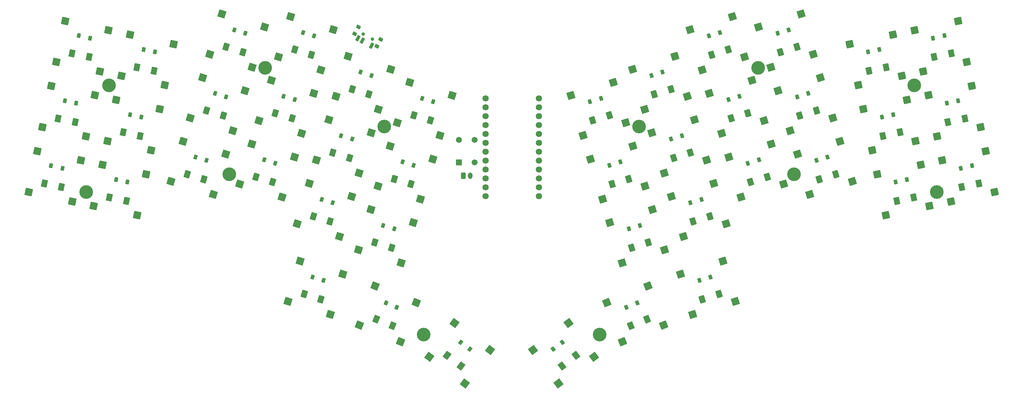
<source format=gbr>
%TF.GenerationSoftware,KiCad,Pcbnew,8.0.6*%
%TF.CreationDate,2025-05-26T13:43:22+02:00*%
%TF.ProjectId,main,6d61696e-2e6b-4696-9361-645f70636258,v1.0.0*%
%TF.SameCoordinates,Original*%
%TF.FileFunction,Soldermask,Top*%
%TF.FilePolarity,Negative*%
%FSLAX46Y46*%
G04 Gerber Fmt 4.6, Leading zero omitted, Abs format (unit mm)*
G04 Created by KiCad (PCBNEW 8.0.6) date 2025-05-26 13:43:22*
%MOMM*%
%LPD*%
G01*
G04 APERTURE LIST*
G04 Aperture macros list*
%AMRoundRect*
0 Rectangle with rounded corners*
0 $1 Rounding radius*
0 $2 $3 $4 $5 $6 $7 $8 $9 X,Y pos of 4 corners*
0 Add a 4 corners polygon primitive as box body*
4,1,4,$2,$3,$4,$5,$6,$7,$8,$9,$2,$3,0*
0 Add four circle primitives for the rounded corners*
1,1,$1+$1,$2,$3*
1,1,$1+$1,$4,$5*
1,1,$1+$1,$6,$7*
1,1,$1+$1,$8,$9*
0 Add four rect primitives between the rounded corners*
20,1,$1+$1,$2,$3,$4,$5,0*
20,1,$1+$1,$4,$5,$6,$7,0*
20,1,$1+$1,$6,$7,$8,$9,0*
20,1,$1+$1,$8,$9,$2,$3,0*%
G04 Aperture macros list end*
%ADD10RoundRect,0.050000X-0.605760X-0.442216X0.254914X-0.705350X0.605760X0.442216X-0.254914X0.705350X0*%
%ADD11RoundRect,0.050000X-0.448764X-1.182893X1.033508X-0.729717X0.448764X1.182893X-1.033508X0.729717X0*%
%ADD12RoundRect,0.050000X-0.663933X-1.248676X1.248676X-0.663933X0.663933X1.248676X-1.248676X0.663933X0*%
%ADD13RoundRect,0.050000X-1.093174X-0.636864X0.343961X-1.217504X1.093174X0.636864X-0.343961X1.217504X0*%
%ADD14RoundRect,0.050000X-1.301790X-0.552577X0.552577X-1.301790X1.301790X0.552577X-0.552577X1.301790X0*%
%ADD15C,3.900000*%
%ADD16RoundRect,0.050000X-0.550153X-1.139279X0.965976X-0.817016X0.550153X1.139279X-0.965976X0.817016X0*%
%ADD17RoundRect,0.050000X-0.770236X-1.186059X1.186059X-0.770236X0.770236X1.186059X-1.186059X0.770236X0*%
%ADD18RoundRect,0.050000X-0.564913X-0.493328X0.315419X-0.680449X0.564913X0.493328X-0.315419X0.680449X0*%
%ADD19RoundRect,0.050000X-1.033508X-0.729717X0.448764X-1.182893X1.033508X0.729717X-0.448764X1.182893X0*%
%ADD20RoundRect,0.050000X-1.248676X-0.663933X0.663933X-1.248676X1.248676X0.663933X-0.663933X1.248676X0*%
%ADD21RoundRect,0.050000X-0.254914X-0.705350X0.605760X-0.442216X0.254914X0.705350X-0.605760X0.442216X0*%
%ADD22RoundRect,0.050000X0.001703X-0.749998X0.720475X-0.208365X-0.001703X0.749998X-0.720475X0.208365X0*%
%ADD23RoundRect,0.102000X0.749000X-0.749000X0.749000X0.749000X-0.749000X0.749000X-0.749000X-0.749000X0*%
%ADD24C,1.702000*%
%ADD25C,1.000000*%
%ADD26RoundRect,0.102000X0.669724X0.486281X0.057490X0.825648X-0.669724X-0.486281X-0.057490X-0.825648X0*%
%ADD27RoundRect,0.102000X0.631234X0.107443X-0.243386X0.592253X-0.631234X-0.107443X0.243386X-0.592253X0*%
%ADD28RoundRect,0.050000X-0.720475X-0.208365X-0.001703X-0.749998X0.720475X0.208365X0.001703X0.749998X0*%
%ADD29RoundRect,0.050000X-0.315419X-0.680449X0.564913X-0.493328X0.315419X0.680449X-0.564913X0.493328X0*%
%ADD30RoundRect,0.050000X-0.641997X-0.387737X0.192469X-0.724883X0.641997X0.387737X-0.192469X0.724883X0*%
%ADD31RoundRect,0.260000X-0.390000X-0.665000X0.390000X-0.665000X0.390000X0.665000X-0.390000X0.665000X0*%
%ADD32O,1.300000X1.850000*%
%ADD33RoundRect,0.050000X-0.965976X-0.817016X0.550153X-1.139279X0.965976X0.817016X-0.550153X1.139279X0*%
%ADD34RoundRect,0.050000X-1.186059X-0.770236X0.770236X-1.186059X1.186059X0.770236X-0.770236X1.186059X0*%
%ADD35RoundRect,0.050000X-0.192469X-0.724883X0.641997X-0.387737X0.192469X0.724883X-0.641997X0.387737X0*%
%ADD36RoundRect,0.050000X-1.220758X-0.332229X0.017127X-1.265042X1.220758X0.332229X-0.017127X1.265042X0*%
%ADD37RoundRect,0.050000X-1.400451X-0.196820X0.196820X-1.400451X1.400451X0.196820X-0.196820X1.400451X0*%
%ADD38RoundRect,0.050000X-0.343961X-1.217504X1.093174X-0.636864X0.343961X1.217504X-1.093174X0.636864X0*%
%ADD39RoundRect,0.050000X-0.552577X-1.301790X1.301790X-0.552577X0.552577X1.301790X-1.301790X0.552577X0*%
%ADD40RoundRect,0.050000X-0.017127X-1.265042X1.220758X-0.332229X0.017127X1.265042X-1.220758X0.332229X0*%
%ADD41RoundRect,0.050000X-0.196820X-1.400451X1.400451X-0.196820X0.196820X1.400451X-1.400451X0.196820X0*%
%ADD42C,1.800000*%
G04 APERTURE END LIST*
D10*
%TO.C,D16*%
X153618180Y-142232349D03*
X156773986Y-143197175D03*
%TD*%
D11*
%TO.C,CPG1316*%
X278214349Y-129027821D03*
X282995873Y-127565962D03*
D12*
X272003561Y-121881416D03*
X275512021Y-133357073D03*
X284148631Y-118168295D03*
X287657091Y-129643952D03*
%TD*%
D13*
%TO.C,CPG1316*%
X151623426Y-168999072D03*
X156259345Y-170872105D03*
D14*
X151294115Y-159536696D03*
X146798836Y-170662902D03*
X163069350Y-164294200D03*
X158574071Y-175420406D03*
%TD*%
D15*
%TO.C,H5*%
X119860869Y-97194737D03*
%TD*%
D16*
%TO.C,CPG1316*%
X311042454Y-94113538D03*
X315933192Y-93073980D03*
D17*
X305478150Y-86453022D03*
X307973090Y-98190793D03*
X317900624Y-83812543D03*
X320395564Y-95550314D03*
%TD*%
D18*
%TO.C,D2*%
X62664988Y-106602420D03*
X65892876Y-107288528D03*
%TD*%
D19*
%TO.C,CPG1316*%
X139211147Y-121462601D03*
X143992671Y-122924460D03*
D20*
X138058389Y-112064934D03*
X134549929Y-123540591D03*
X150203459Y-115778055D03*
X146694999Y-127253712D03*
%TD*%
D21*
%TO.C,D33*%
X246721245Y-88097032D03*
X249877051Y-87132206D03*
%TD*%
D15*
%TO.C,H3*%
X68744668Y-132686454D03*
%TD*%
D22*
%TO.C,D42*%
X202201683Y-177591036D03*
X204837181Y-175605046D03*
%TD*%
D19*
%TO.C,CPG1316*%
X162351257Y-110760482D03*
X167132781Y-112222341D03*
D20*
X161198499Y-101362815D03*
X157690039Y-112838472D03*
X173343569Y-105075936D03*
X169835109Y-116551593D03*
%TD*%
D19*
%TO.C,CPG1316*%
X97608876Y-127565962D03*
X102390400Y-129027821D03*
D20*
X96456118Y-118168295D03*
X92947658Y-129643952D03*
X108601188Y-121881416D03*
X105092728Y-133357073D03*
%TD*%
D23*
%TO.C,REF\u002A\u002A*%
X175250000Y-124250000D03*
D24*
X175250000Y-117750000D03*
X179750000Y-124250000D03*
X179750000Y-117750000D03*
%TD*%
D15*
%TO.C,H6*%
X109629682Y-127581170D03*
%TD*%
D16*
%TO.C,CPG1316*%
X318943098Y-131283146D03*
X323833836Y-130243588D03*
D17*
X313378794Y-123622630D03*
X315873734Y-135360401D03*
X325801268Y-120982151D03*
X328296208Y-132719922D03*
%TD*%
D25*
%TO.C,REF\u002A\u002A*%
X150500000Y-89000000D03*
X147876142Y-87545572D03*
D26*
X150307550Y-90894192D03*
X147683689Y-89439763D03*
X146371760Y-88712549D03*
D27*
X151847142Y-91004421D03*
X145462418Y-87465312D03*
X152913724Y-89080260D03*
X146529000Y-85541151D03*
%TD*%
D11*
%TO.C,CPG1316*%
X219027030Y-130392132D03*
X223808554Y-128930273D03*
D12*
X212816242Y-123245727D03*
X216324702Y-134721384D03*
X224961312Y-119532606D03*
X228469772Y-131008263D03*
%TD*%
D18*
%TO.C,D1*%
X58714665Y-125187224D03*
X61942553Y-125873332D03*
%TD*%
D11*
%TO.C,CPG1316*%
X258582700Y-129801359D03*
X263364224Y-128339500D03*
D12*
X252371912Y-122654954D03*
X255880372Y-134130611D03*
X264516982Y-118941833D03*
X268025442Y-130417490D03*
%TD*%
D28*
%TO.C,D21*%
X175767568Y-175605046D03*
X178403066Y-177591036D03*
%TD*%
D21*
%TO.C,D38*%
X218275701Y-125027385D03*
X221431507Y-124062559D03*
%TD*%
D10*
%TO.C,D8*%
X105540986Y-104528457D03*
X108696792Y-105493283D03*
%TD*%
D29*
%TO.C,D27*%
X292176747Y-92654045D03*
X295404635Y-91967937D03*
%TD*%
D10*
%TO.C,D13*%
X136033133Y-134764677D03*
X139188939Y-135729503D03*
%TD*%
D21*
%TO.C,D30*%
X266352894Y-87323493D03*
X269508700Y-86358667D03*
%TD*%
D11*
%TO.C,CPG1316*%
X231057015Y-104754669D03*
X235838539Y-103292810D03*
D12*
X224846227Y-97608264D03*
X228354687Y-109083921D03*
X236991297Y-93895143D03*
X240499757Y-105370800D03*
%TD*%
D15*
%TO.C,H1*%
X75231512Y-102168249D03*
%TD*%
D21*
%TO.C,D31*%
X257831370Y-124436613D03*
X260987176Y-123471787D03*
%TD*%
D11*
%TO.C,CPG1316*%
X244774098Y-163302442D03*
X249555622Y-161840583D03*
D12*
X238563310Y-156156037D03*
X242071770Y-167631694D03*
X250708380Y-152442916D03*
X254216840Y-163918573D03*
%TD*%
D15*
%TO.C,H11*%
X165145313Y-173437661D03*
%TD*%
D29*
%TO.C,D26*%
X296127069Y-111238850D03*
X299354957Y-110552742D03*
%TD*%
D30*
%TO.C,D20*%
X154415678Y-164357054D03*
X157475384Y-165593256D03*
%TD*%
D16*
%TO.C,CPG1316*%
X296407971Y-116648664D03*
X301298709Y-115609106D03*
D17*
X290843667Y-108988148D03*
X293338607Y-120725919D03*
X303266141Y-106347669D03*
X305761081Y-118085440D03*
%TD*%
D19*
%TO.C,CPG1316*%
X151241132Y-147100063D03*
X156022656Y-148561922D03*
D20*
X150088374Y-137702396D03*
X146579914Y-149178053D03*
X162233444Y-141415517D03*
X158724984Y-152891174D03*
%TD*%
D31*
%TO.C,JST1*%
X176500000Y-128000000D03*
D32*
X178500000Y-128000000D03*
%TD*%
D19*
%TO.C,CPG1316*%
X128350650Y-91999920D03*
X133132174Y-93461779D03*
D20*
X127197892Y-82602253D03*
X123689432Y-94077910D03*
X139342962Y-86315374D03*
X135834502Y-97791031D03*
%TD*%
D15*
%TO.C,H12*%
X215459436Y-173437661D03*
%TD*%
D21*
%TO.C,D29*%
X271907957Y-105493283D03*
X275063763Y-104528457D03*
%TD*%
D18*
%TO.C,D4*%
X77299470Y-129137546D03*
X80527358Y-129823654D03*
%TD*%
D19*
%TO.C,CPG1316*%
X156796194Y-128930273D03*
X161577718Y-130392132D03*
D20*
X155643436Y-119532606D03*
X152134976Y-131008263D03*
X167788506Y-123245727D03*
X164280046Y-134721384D03*
%TD*%
D19*
%TO.C,CPG1316*%
X103163938Y-109396171D03*
X107945462Y-110858030D03*
D20*
X102011180Y-99998504D03*
X98502720Y-111474161D03*
X114156250Y-103711625D03*
X110647790Y-115187282D03*
%TD*%
D11*
%TO.C,CPG1316*%
X272659286Y-110858030D03*
X277440810Y-109396171D03*
D12*
X266448498Y-103711625D03*
X269956958Y-115187282D03*
X278593568Y-99998504D03*
X282102028Y-111474161D03*
%TD*%
D10*
%TO.C,D7*%
X99985924Y-122698248D03*
X103141730Y-123663074D03*
%TD*%
D21*
%TO.C,D28*%
X277463019Y-123663074D03*
X280618825Y-122698248D03*
%TD*%
D15*
%TO.C,H7*%
X260743880Y-97194737D03*
%TD*%
D29*
%TO.C,D25*%
X300077391Y-129823654D03*
X303305279Y-129137546D03*
%TD*%
D10*
%TO.C,D17*%
X159173242Y-124062559D03*
X162329048Y-125027385D03*
%TD*%
D16*
%TO.C,CPG1316*%
X314992776Y-112698342D03*
X319883514Y-111658784D03*
D17*
X309428472Y-105037826D03*
X311923412Y-116775597D03*
X321850946Y-102397347D03*
X324345886Y-114135118D03*
%TD*%
D21*
%TO.C,D40*%
X244022768Y-157937695D03*
X247178574Y-156972869D03*
%TD*%
D19*
%TO.C,CPG1316*%
X144766210Y-103292810D03*
X149547734Y-104754669D03*
D20*
X143613452Y-93895143D03*
X140104992Y-105370800D03*
X155758522Y-97608264D03*
X152250062Y-109083921D03*
%TD*%
D15*
%TO.C,H10*%
X226704171Y-113980440D03*
%TD*%
D10*
%TO.C,D11*%
X125172635Y-105301996D03*
X128328441Y-106266822D03*
%TD*%
D19*
%TO.C,CPG1316*%
X133656085Y-139632391D03*
X138437609Y-141094250D03*
D20*
X132503327Y-130234724D03*
X128994867Y-141710381D03*
X144648397Y-133947845D03*
X141139937Y-145423502D03*
%TD*%
D33*
%TO.C,CPG1316*%
X64671557Y-93073980D03*
X69562295Y-94113538D03*
D34*
X62704125Y-83812543D03*
X60209185Y-95550314D03*
X75126599Y-86453022D03*
X72631659Y-98190793D03*
%TD*%
D35*
%TO.C,D41*%
X223129365Y-165593256D03*
X226189071Y-164357054D03*
%TD*%
D11*
%TO.C,CPG1316*%
X236612077Y-122924460D03*
X241393601Y-121462601D03*
D12*
X230401289Y-115778055D03*
X233909749Y-127253712D03*
X242546359Y-112064934D03*
X246054819Y-123540591D03*
%TD*%
D29*
%TO.C,D23*%
X314711873Y-107288528D03*
X317939761Y-106602420D03*
%TD*%
D16*
%TO.C,CPG1316*%
X292457649Y-98063860D03*
X297348387Y-97024302D03*
D17*
X286893345Y-90403344D03*
X289388285Y-102141115D03*
X299315819Y-87762865D03*
X301810759Y-99500636D03*
%TD*%
D10*
%TO.C,D18*%
X164728304Y-105892769D03*
X167884110Y-106857595D03*
%TD*%
D21*
%TO.C,D39*%
X212720638Y-106857595D03*
X215876444Y-105892769D03*
%TD*%
D33*
%TO.C,CPG1316*%
X60721235Y-111658784D03*
X65611973Y-112698342D03*
D34*
X58753803Y-102397347D03*
X56258863Y-114135118D03*
X71176277Y-105037826D03*
X68681337Y-116775597D03*
%TD*%
D11*
%TO.C,CPG1316*%
X267104224Y-92688240D03*
X271885748Y-91226381D03*
D12*
X260893436Y-85541835D03*
X264401896Y-97017492D03*
X273038506Y-81828714D03*
X276546966Y-93304371D03*
%TD*%
D29*
%TO.C,D24*%
X310761551Y-88703723D03*
X313989439Y-88017615D03*
%TD*%
D11*
%TO.C,CPG1316*%
X253027637Y-111631569D03*
X257809161Y-110169710D03*
D12*
X246816849Y-104485164D03*
X250325309Y-115960821D03*
X258961919Y-100772043D03*
X262470379Y-112247700D03*
%TD*%
D10*
%TO.C,D15*%
X147143257Y-98425097D03*
X150299063Y-99389923D03*
%TD*%
%TO.C,D19*%
X133426174Y-156972869D03*
X136581980Y-157937695D03*
%TD*%
D11*
%TO.C,CPG1316*%
X213471968Y-112222341D03*
X218253492Y-110760482D03*
D12*
X207261180Y-105075936D03*
X210769640Y-116551593D03*
X219406250Y-101362815D03*
X222914710Y-112838472D03*
%TD*%
D21*
%TO.C,D37*%
X223830763Y-143197175D03*
X226986569Y-142232349D03*
%TD*%
D33*
%TO.C,CPG1316*%
X79306039Y-115609106D03*
X84196777Y-116648664D03*
D34*
X77338607Y-106347669D03*
X74843667Y-118085440D03*
X89761081Y-108988148D03*
X87266141Y-120725919D03*
%TD*%
D11*
%TO.C,CPG1316*%
X242167140Y-141094250D03*
X246948664Y-139632391D03*
D12*
X235956352Y-133947845D03*
X239464812Y-145423502D03*
X248101422Y-130234724D03*
X251609882Y-141710381D03*
%TD*%
D11*
%TO.C,CPG1316*%
X224582093Y-148561922D03*
X229363617Y-147100063D03*
D12*
X218371305Y-141415517D03*
X221879765Y-152891174D03*
X230516375Y-137702396D03*
X234024835Y-149178053D03*
%TD*%
D15*
%TO.C,H8*%
X270975067Y-127581170D03*
%TD*%
D18*
%TO.C,D6*%
X85200114Y-91967937D03*
X88428002Y-92654045D03*
%TD*%
D10*
%TO.C,D9*%
X111096048Y-86358667D03*
X114251854Y-87323493D03*
%TD*%
D33*
%TO.C,CPG1316*%
X75355717Y-134193911D03*
X80246455Y-135233469D03*
D34*
X73388285Y-124932474D03*
X70893345Y-136670245D03*
X85810759Y-127572953D03*
X83315819Y-139310724D03*
%TD*%
D36*
%TO.C,CPG1316*%
X171869018Y-179366204D03*
X175862196Y-182375279D03*
D37*
X166778191Y-179724645D03*
X173999972Y-170141019D03*
X176920862Y-187367695D03*
X184142643Y-177784069D03*
%TD*%
D15*
%TO.C,H9*%
X153900578Y-113980440D03*
%TD*%
D21*
%TO.C,D34*%
X241415810Y-135729503D03*
X244571616Y-134764677D03*
%TD*%
D16*
%TO.C,CPG1316*%
X300358294Y-135233469D03*
X305249032Y-134193911D03*
D17*
X294793990Y-127572953D03*
X297288930Y-139310724D03*
X307216464Y-124932474D03*
X309711404Y-136670245D03*
%TD*%
D19*
%TO.C,CPG1316*%
X131049127Y-161840583D03*
X135830651Y-163302442D03*
D20*
X129896369Y-152442916D03*
X126387909Y-163918573D03*
X142041439Y-156156037D03*
X138532979Y-167631694D03*
%TD*%
D11*
%TO.C,CPG1316*%
X247472575Y-93461779D03*
X252254099Y-91999920D03*
D12*
X241261787Y-86315374D03*
X244770247Y-97791031D03*
X253406857Y-82602253D03*
X256915317Y-94077910D03*
%TD*%
D33*
%TO.C,CPG1316*%
X56770913Y-130243588D03*
X61661651Y-131283146D03*
D34*
X54803481Y-120982151D03*
X52308541Y-132719922D03*
X67225955Y-123622630D03*
X64731015Y-135360401D03*
%TD*%
D21*
%TO.C,D35*%
X235860748Y-117559713D03*
X239016554Y-116594887D03*
%TD*%
D15*
%TO.C,H2*%
X305373236Y-102168249D03*
%TD*%
D21*
%TO.C,D36*%
X230305685Y-99389923D03*
X233461491Y-98425097D03*
%TD*%
D19*
%TO.C,CPG1316*%
X122795587Y-110169710D03*
X127577111Y-111631569D03*
D20*
X121642829Y-100772043D03*
X118134369Y-112247700D03*
X133787899Y-104485164D03*
X130279439Y-115960821D03*
%TD*%
D29*
%TO.C,D22*%
X318662195Y-125873332D03*
X321890083Y-125187224D03*
%TD*%
D10*
%TO.C,D12*%
X130727697Y-87132206D03*
X133883503Y-88097032D03*
%TD*%
D19*
%TO.C,CPG1316*%
X108719001Y-91226381D03*
X113500525Y-92688240D03*
D20*
X107566243Y-81828714D03*
X104057783Y-93304371D03*
X119711313Y-85541835D03*
X116202853Y-97017492D03*
%TD*%
D38*
%TO.C,CPG1316*%
X224345403Y-170872105D03*
X228981322Y-168999072D03*
D39*
X217535398Y-164294200D03*
X222030677Y-175420406D03*
X229310633Y-159536696D03*
X233805912Y-170662902D03*
%TD*%
D21*
%TO.C,D32*%
X252276308Y-106266822D03*
X255432114Y-105301996D03*
%TD*%
D19*
%TO.C,CPG1316*%
X117240525Y-128339500D03*
X122022049Y-129801359D03*
D20*
X116087767Y-118941833D03*
X112579307Y-130417490D03*
X128232837Y-122654954D03*
X124724377Y-134130611D03*
%TD*%
D10*
%TO.C,D14*%
X141588195Y-116594887D03*
X144744001Y-117559713D03*
%TD*%
D40*
%TO.C,CPG1316*%
X204742553Y-182375279D03*
X208735731Y-179366204D03*
D41*
X196462106Y-177784069D03*
X203683887Y-187367695D03*
X206604777Y-170141019D03*
X213826558Y-179724645D03*
%TD*%
D10*
%TO.C,D10*%
X119617572Y-123471787D03*
X122773378Y-124436613D03*
%TD*%
D18*
%TO.C,D5*%
X81249792Y-110552742D03*
X84477680Y-111238850D03*
%TD*%
D33*
%TO.C,CPG1316*%
X83256361Y-97024302D03*
X88147099Y-98063860D03*
D34*
X81288929Y-87762865D03*
X78793989Y-99500636D03*
X93711403Y-90403344D03*
X91216463Y-102141115D03*
%TD*%
D18*
%TO.C,D3*%
X66615310Y-88017615D03*
X69843198Y-88703723D03*
%TD*%
D15*
%TO.C,H4*%
X311860081Y-132686454D03*
%TD*%
D42*
%TO.C,MCU1*%
X198120000Y-105920000D03*
X198120000Y-108460000D03*
X198120000Y-111000000D03*
X198120000Y-113540000D03*
X198120000Y-116080000D03*
X198120000Y-118620000D03*
X198120000Y-121160000D03*
X198120000Y-123700000D03*
X198120000Y-126240000D03*
X198120000Y-128780000D03*
X198120000Y-131320000D03*
X198120000Y-133860000D03*
X182880000Y-133860000D03*
X182880000Y-131320000D03*
X182880000Y-128780000D03*
X182880000Y-126240000D03*
X182880000Y-123700000D03*
X182880000Y-121160000D03*
X182880000Y-118620000D03*
X182880000Y-116080000D03*
X182880000Y-113540000D03*
X182880000Y-111000000D03*
X182880000Y-108460000D03*
X182880000Y-105920000D03*
%TD*%
M02*

</source>
